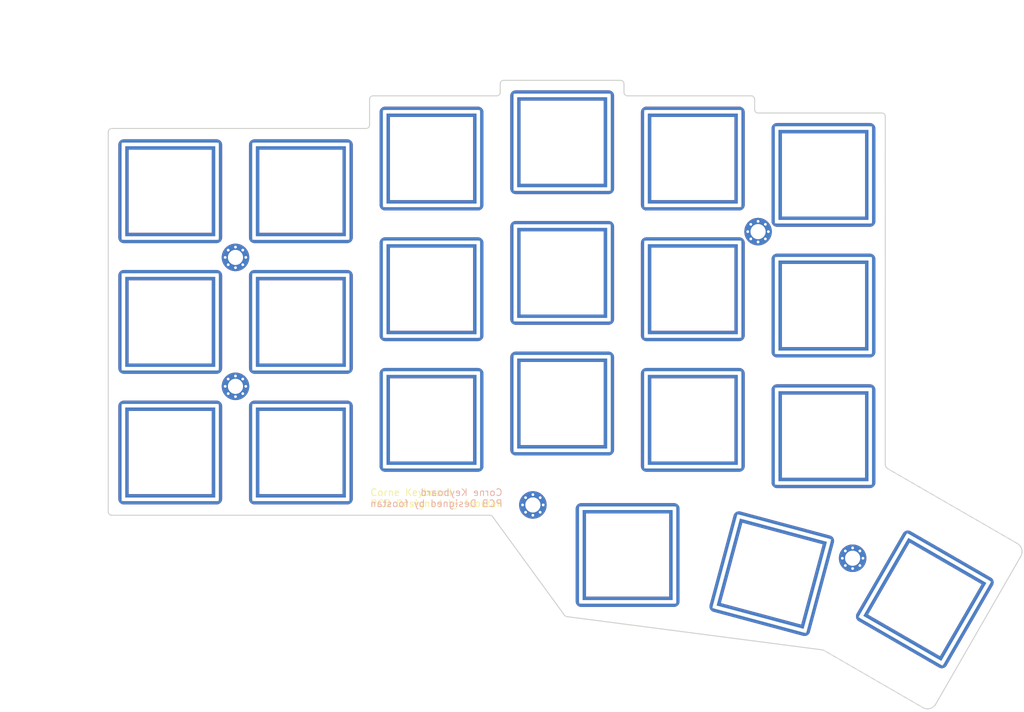
<source format=kicad_pcb>
(kicad_pcb (version 20171130) (host pcbnew "(5.1.2-1)-1")

  (general
    (thickness 1.6)
    (drawings 127)
    (tracks 0)
    (zones 0)
    (modules 26)
    (nets 1)
  )

  (page A4)
  (title_block
    (title "Corne Top Plate")
    (date 2018-12-09)
    (rev 2.1)
    (company foostan)
  )

  (layers
    (0 F.Cu signal)
    (31 B.Cu signal)
    (32 B.Adhes user)
    (33 F.Adhes user)
    (34 B.Paste user)
    (35 F.Paste user)
    (36 B.SilkS user)
    (37 F.SilkS user)
    (38 B.Mask user)
    (39 F.Mask user)
    (40 Dwgs.User user)
    (41 Cmts.User user)
    (42 Eco1.User user)
    (43 Eco2.User user)
    (44 Edge.Cuts user)
    (45 Margin user)
    (46 B.CrtYd user)
    (47 F.CrtYd user)
    (48 B.Fab user)
    (49 F.Fab user)
  )

  (setup
    (last_trace_width 0.25)
    (user_trace_width 0.2)
    (user_trace_width 0.5)
    (trace_clearance 0.2)
    (zone_clearance 0.508)
    (zone_45_only no)
    (trace_min 0.2)
    (via_size 0.6)
    (via_drill 0.4)
    (via_min_size 0.4)
    (via_min_drill 0.3)
    (uvia_size 0.3)
    (uvia_drill 0.1)
    (uvias_allowed no)
    (uvia_min_size 0.2)
    (uvia_min_drill 0.1)
    (edge_width 0.15)
    (segment_width 0.1)
    (pcb_text_width 0.3)
    (pcb_text_size 1.5 1.5)
    (mod_edge_width 0.15)
    (mod_text_size 1 1)
    (mod_text_width 0.15)
    (pad_size 4 4)
    (pad_drill 2.2)
    (pad_to_mask_clearance 0.2)
    (aux_axis_origin 174 65.7)
    (grid_origin 70.01 77.125)
    (visible_elements FFFFFF7F)
    (pcbplotparams
      (layerselection 0x010f0_ffffffff)
      (usegerberextensions true)
      (usegerberattributes false)
      (usegerberadvancedattributes false)
      (creategerberjobfile false)
      (excludeedgelayer true)
      (linewidth 0.100000)
      (plotframeref false)
      (viasonmask false)
      (mode 1)
      (useauxorigin false)
      (hpglpennumber 1)
      (hpglpenspeed 20)
      (hpglpendiameter 15.000000)
      (psnegative false)
      (psa4output false)
      (plotreference true)
      (plotvalue true)
      (plotinvisibletext false)
      (padsonsilk false)
      (subtractmaskfromsilk false)
      (outputformat 1)
      (mirror false)
      (drillshape 0)
      (scaleselection 1)
      (outputdirectory "gerber/"))
  )

  (net 0 "")

  (net_class Default "これは標準のネット クラスです。"
    (clearance 0.2)
    (trace_width 0.25)
    (via_dia 0.6)
    (via_drill 0.4)
    (uvia_dia 0.3)
    (uvia_drill 0.1)
  )

  (module kbd:M2_HOLE_v3 (layer F.Cu) (tedit 5DC1AD4B) (tstamp 5AAA7C4A)
    (at 122.75 122.75)
    (descr "Mounting Hole 2.2mm, no annular, M2")
    (tags "mounting hole 2.2mm no annular m2")
    (attr virtual)
    (fp_text reference "" (at 0 -3.2) (layer F.SilkS)
      (effects (font (size 1 1) (thickness 0.15)))
    )
    (fp_text value "" (at 0 3.2) (layer F.Fab)
      (effects (font (size 1 1) (thickness 0.15)))
    )
    (fp_circle (center 0 0) (end 2.45 0) (layer F.CrtYd) (width 0.05))
    (fp_circle (center 0 0) (end 2.2 0) (layer Cmts.User) (width 0.15))
    (fp_text user %R (at 0.3 0) (layer F.Fab)
      (effects (font (size 1 1) (thickness 0.15)))
    )
    (pad 1 thru_hole circle (at 1.06 -1.06) (size 0.5 0.5) (drill 0.4) (layers *.Cu *.Mask))
    (pad 1 thru_hole circle (at -1.06 -1.06) (size 0.5 0.5) (drill 0.4) (layers *.Cu *.Mask))
    (pad 1 thru_hole circle (at -1.06 1.06) (size 0.5 0.5) (drill 0.4) (layers *.Cu *.Mask))
    (pad 1 thru_hole circle (at 1.06 1.06) (size 0.5 0.5) (drill 0.4) (layers *.Cu *.Mask))
    (pad 1 thru_hole circle (at 0 -1.5) (size 0.5 0.5) (drill 0.4) (layers *.Cu *.Mask))
    (pad 1 thru_hole circle (at 0 1.5) (size 0.5 0.5) (drill 0.4) (layers *.Cu *.Mask))
    (pad 1 thru_hole circle (at -1.5 0) (size 0.5 0.5) (drill 0.4) (layers *.Cu *.Mask))
    (pad 1 thru_hole circle (at 1.5 0) (size 0.5 0.5) (drill 0.4) (layers *.Cu *.Mask))
    (pad 1 thru_hole circle (at 0 0) (size 4 4) (drill 2.2) (layers *.Cu *.Mask))
  )

  (module kbd:M2_HOLE_v3 (layer F.Cu) (tedit 5DC1AD4B) (tstamp 5AAA7D53)
    (at 169.25 130.5)
    (descr "Mounting Hole 2.2mm, no annular, M2")
    (tags "mounting hole 2.2mm no annular m2")
    (attr virtual)
    (fp_text reference "" (at 0 -3.2) (layer F.SilkS)
      (effects (font (size 1 1) (thickness 0.15)))
    )
    (fp_text value "" (at 0 3.2) (layer F.Fab)
      (effects (font (size 1 1) (thickness 0.15)))
    )
    (fp_circle (center 0 0) (end 2.45 0) (layer F.CrtYd) (width 0.05))
    (fp_circle (center 0 0) (end 2.2 0) (layer Cmts.User) (width 0.15))
    (fp_text user %R (at 0.3 0) (layer F.Fab)
      (effects (font (size 1 1) (thickness 0.15)))
    )
    (pad 1 thru_hole circle (at 1.06 -1.06) (size 0.5 0.5) (drill 0.4) (layers *.Cu *.Mask))
    (pad 1 thru_hole circle (at -1.06 -1.06) (size 0.5 0.5) (drill 0.4) (layers *.Cu *.Mask))
    (pad 1 thru_hole circle (at -1.06 1.06) (size 0.5 0.5) (drill 0.4) (layers *.Cu *.Mask))
    (pad 1 thru_hole circle (at 1.06 1.06) (size 0.5 0.5) (drill 0.4) (layers *.Cu *.Mask))
    (pad 1 thru_hole circle (at 0 -1.5) (size 0.5 0.5) (drill 0.4) (layers *.Cu *.Mask))
    (pad 1 thru_hole circle (at 0 1.5) (size 0.5 0.5) (drill 0.4) (layers *.Cu *.Mask))
    (pad 1 thru_hole circle (at -1.5 0) (size 0.5 0.5) (drill 0.4) (layers *.Cu *.Mask))
    (pad 1 thru_hole circle (at 1.5 0) (size 0.5 0.5) (drill 0.4) (layers *.Cu *.Mask))
    (pad 1 thru_hole circle (at 0 0) (size 4 4) (drill 2.2) (layers *.Cu *.Mask))
  )

  (module kbd:M2_HOLE_v3 (layer F.Cu) (tedit 5DC1AD4B) (tstamp 5AAA5A9F)
    (at 79.5 105.5)
    (descr "Mounting Hole 2.2mm, no annular, M2")
    (tags "mounting hole 2.2mm no annular m2")
    (attr virtual)
    (fp_text reference "" (at 0 -3.2) (layer F.SilkS)
      (effects (font (size 1 1) (thickness 0.15)))
    )
    (fp_text value "" (at 0 3.2) (layer F.Fab)
      (effects (font (size 1 1) (thickness 0.15)))
    )
    (fp_circle (center 0 0) (end 2.45 0) (layer F.CrtYd) (width 0.05))
    (fp_circle (center 0 0) (end 2.2 0) (layer Cmts.User) (width 0.15))
    (fp_text user %R (at 0.3 0) (layer F.Fab)
      (effects (font (size 1 1) (thickness 0.15)))
    )
    (pad 1 thru_hole circle (at 1.06 -1.06) (size 0.5 0.5) (drill 0.4) (layers *.Cu *.Mask))
    (pad 1 thru_hole circle (at -1.06 -1.06) (size 0.5 0.5) (drill 0.4) (layers *.Cu *.Mask))
    (pad 1 thru_hole circle (at -1.06 1.06) (size 0.5 0.5) (drill 0.4) (layers *.Cu *.Mask))
    (pad 1 thru_hole circle (at 1.06 1.06) (size 0.5 0.5) (drill 0.4) (layers *.Cu *.Mask))
    (pad 1 thru_hole circle (at 0 -1.5) (size 0.5 0.5) (drill 0.4) (layers *.Cu *.Mask))
    (pad 1 thru_hole circle (at 0 1.5) (size 0.5 0.5) (drill 0.4) (layers *.Cu *.Mask))
    (pad 1 thru_hole circle (at -1.5 0) (size 0.5 0.5) (drill 0.4) (layers *.Cu *.Mask))
    (pad 1 thru_hole circle (at 1.5 0) (size 0.5 0.5) (drill 0.4) (layers *.Cu *.Mask))
    (pad 1 thru_hole circle (at 0 0) (size 4 4) (drill 2.2) (layers *.Cu *.Mask))
  )

  (module kbd:M2_HOLE_v3 (layer F.Cu) (tedit 5DC1AD4B) (tstamp 5AAA7C39)
    (at 155.5 83)
    (descr "Mounting Hole 2.2mm, no annular, M2")
    (tags "mounting hole 2.2mm no annular m2")
    (attr virtual)
    (fp_text reference "" (at 0 -3.2) (layer F.SilkS)
      (effects (font (size 1 1) (thickness 0.15)))
    )
    (fp_text value "" (at 0 3.2) (layer F.Fab)
      (effects (font (size 1 1) (thickness 0.15)))
    )
    (fp_circle (center 0 0) (end 2.45 0) (layer F.CrtYd) (width 0.05))
    (fp_circle (center 0 0) (end 2.2 0) (layer Cmts.User) (width 0.15))
    (fp_text user %R (at 0.3 0) (layer F.Fab)
      (effects (font (size 1 1) (thickness 0.15)))
    )
    (pad 1 thru_hole circle (at 1.06 -1.06) (size 0.5 0.5) (drill 0.4) (layers *.Cu *.Mask))
    (pad 1 thru_hole circle (at -1.06 -1.06) (size 0.5 0.5) (drill 0.4) (layers *.Cu *.Mask))
    (pad 1 thru_hole circle (at -1.06 1.06) (size 0.5 0.5) (drill 0.4) (layers *.Cu *.Mask))
    (pad 1 thru_hole circle (at 1.06 1.06) (size 0.5 0.5) (drill 0.4) (layers *.Cu *.Mask))
    (pad 1 thru_hole circle (at 0 -1.5) (size 0.5 0.5) (drill 0.4) (layers *.Cu *.Mask))
    (pad 1 thru_hole circle (at 0 1.5) (size 0.5 0.5) (drill 0.4) (layers *.Cu *.Mask))
    (pad 1 thru_hole circle (at -1.5 0) (size 0.5 0.5) (drill 0.4) (layers *.Cu *.Mask))
    (pad 1 thru_hole circle (at 1.5 0) (size 0.5 0.5) (drill 0.4) (layers *.Cu *.Mask))
    (pad 1 thru_hole circle (at 0 0) (size 4 4) (drill 2.2) (layers *.Cu *.Mask))
  )

  (module kbd:M2_HOLE_v3 (layer F.Cu) (tedit 5DC1AD4B) (tstamp 5AAA5A7C)
    (at 79.5 86.75)
    (descr "Mounting Hole 2.2mm, no annular, M2")
    (tags "mounting hole 2.2mm no annular m2")
    (attr virtual)
    (fp_text reference "" (at 0 -3.2) (layer F.SilkS)
      (effects (font (size 1 1) (thickness 0.15)))
    )
    (fp_text value "" (at 0 3.2) (layer F.Fab)
      (effects (font (size 1 1) (thickness 0.15)))
    )
    (fp_circle (center 0 0) (end 2.45 0) (layer F.CrtYd) (width 0.05))
    (fp_circle (center 0 0) (end 2.2 0) (layer Cmts.User) (width 0.15))
    (fp_text user %R (at 0.3 0) (layer F.Fab)
      (effects (font (size 1 1) (thickness 0.15)))
    )
    (pad 1 thru_hole circle (at 1.06 -1.06) (size 0.5 0.5) (drill 0.4) (layers *.Cu *.Mask))
    (pad 1 thru_hole circle (at -1.06 -1.06) (size 0.5 0.5) (drill 0.4) (layers *.Cu *.Mask))
    (pad 1 thru_hole circle (at -1.06 1.06) (size 0.5 0.5) (drill 0.4) (layers *.Cu *.Mask))
    (pad 1 thru_hole circle (at 1.06 1.06) (size 0.5 0.5) (drill 0.4) (layers *.Cu *.Mask))
    (pad 1 thru_hole circle (at 0 -1.5) (size 0.5 0.5) (drill 0.4) (layers *.Cu *.Mask))
    (pad 1 thru_hole circle (at 0 1.5) (size 0.5 0.5) (drill 0.4) (layers *.Cu *.Mask))
    (pad 1 thru_hole circle (at -1.5 0) (size 0.5 0.5) (drill 0.4) (layers *.Cu *.Mask))
    (pad 1 thru_hole circle (at 1.5 0) (size 0.5 0.5) (drill 0.4) (layers *.Cu *.Mask))
    (pad 1 thru_hole circle (at 0 0) (size 4 4) (drill 2.2) (layers *.Cu *.Mask))
  )

  (module kbd:SW_Hole_TH (layer F.Cu) (tedit 5DC1A8B7) (tstamp 5DC20BEA)
    (at 179.75 136.485 330)
    (fp_text reference SW2 (at 7 8.1 150) (layer F.SilkS) hide
      (effects (font (size 1 1) (thickness 0.15)))
    )
    (fp_text value KEY_SWITCH (at -7.4 -8.1 150) (layer F.Fab) hide
      (effects (font (size 1 1) (thickness 0.15)))
    )
    (fp_line (start 9.525 9.525) (end 9.525 -9.525) (layer F.Fab) (width 0.15))
    (fp_line (start -9.525 9.525) (end 9.525 9.525) (layer F.Fab) (width 0.15))
    (fp_line (start -9.525 -9.525) (end -9.525 9.525) (layer F.Fab) (width 0.15))
    (fp_line (start 9.525 -9.525) (end -9.525 -9.525) (layer F.Fab) (width 0.15))
    (pad 1 thru_hole oval (at 6.8 0 330) (size 1.5 15) (drill oval 0.5 14) (layers *.Cu *.Mask))
    (pad 1 thru_hole oval (at -6.8 0 330) (size 1.5 15) (drill oval 0.5 14) (layers *.Cu *.Mask))
    (pad 1 thru_hole oval (at 0 6.8 60) (size 1.5 15) (drill oval 0.5 14) (layers *.Cu *.Mask))
    (pad 1 thru_hole oval (at 0 -6.8 60) (size 1.5 15) (drill oval 0.5 14) (layers *.Cu *.Mask))
  )

  (module kbd:SW_Hole_TH (layer F.Cu) (tedit 5DC1A8B7) (tstamp 5DC20BC9)
    (at 157.492 132.744 345)
    (fp_text reference SW2 (at 7 8.1 165) (layer F.SilkS) hide
      (effects (font (size 1 1) (thickness 0.15)))
    )
    (fp_text value KEY_SWITCH (at -7.4 -8.1 165) (layer F.Fab) hide
      (effects (font (size 1 1) (thickness 0.15)))
    )
    (fp_line (start 9.525 -9.525) (end -9.525 -9.525) (layer F.Fab) (width 0.15))
    (fp_line (start -9.525 -9.525) (end -9.525 9.525) (layer F.Fab) (width 0.15))
    (fp_line (start -9.525 9.525) (end 9.525 9.525) (layer F.Fab) (width 0.15))
    (fp_line (start 9.525 9.525) (end 9.525 -9.525) (layer F.Fab) (width 0.15))
    (pad 1 thru_hole oval (at 0 -6.8 75) (size 1.5 15) (drill oval 0.5 14) (layers *.Cu *.Mask))
    (pad 1 thru_hole oval (at 0 6.8 75) (size 1.5 15) (drill oval 0.5 14) (layers *.Cu *.Mask))
    (pad 1 thru_hole oval (at -6.8 0 345) (size 1.5 15) (drill oval 0.5 14) (layers *.Cu *.Mask))
    (pad 1 thru_hole oval (at 6.8 0 345) (size 1.5 15) (drill oval 0.5 14) (layers *.Cu *.Mask))
  )

  (module kbd:SW_Hole_TH (layer F.Cu) (tedit 5DC1A8B7) (tstamp 5DC20B59)
    (at 136.53 130.035)
    (fp_text reference SW2 (at 7 8.1) (layer F.SilkS) hide
      (effects (font (size 1 1) (thickness 0.15)))
    )
    (fp_text value KEY_SWITCH (at -7.4 -8.1) (layer F.Fab) hide
      (effects (font (size 1 1) (thickness 0.15)))
    )
    (fp_line (start 9.525 9.525) (end 9.525 -9.525) (layer F.Fab) (width 0.15))
    (fp_line (start -9.525 9.525) (end 9.525 9.525) (layer F.Fab) (width 0.15))
    (fp_line (start -9.525 -9.525) (end -9.525 9.525) (layer F.Fab) (width 0.15))
    (fp_line (start 9.525 -9.525) (end -9.525 -9.525) (layer F.Fab) (width 0.15))
    (pad 1 thru_hole oval (at 6.8 0) (size 1.5 15) (drill oval 0.5 14) (layers *.Cu *.Mask))
    (pad 1 thru_hole oval (at -6.8 0) (size 1.5 15) (drill oval 0.5 14) (layers *.Cu *.Mask))
    (pad 1 thru_hole oval (at 0 6.8 90) (size 1.5 15) (drill oval 0.5 14) (layers *.Cu *.Mask))
    (pad 1 thru_hole oval (at 0 -6.8 90) (size 1.5 15) (drill oval 0.5 14) (layers *.Cu *.Mask))
  )

  (module kbd:SW_Hole_TH (layer F.Cu) (tedit 5DC1A8B7) (tstamp 5DC20AAA)
    (at 165.01 112.75)
    (fp_text reference SW2 (at 7 8.1) (layer F.SilkS) hide
      (effects (font (size 1 1) (thickness 0.15)))
    )
    (fp_text value KEY_SWITCH (at -7.4 -8.1) (layer F.Fab) hide
      (effects (font (size 1 1) (thickness 0.15)))
    )
    (fp_line (start 9.525 9.525) (end 9.525 -9.525) (layer F.Fab) (width 0.15))
    (fp_line (start -9.525 9.525) (end 9.525 9.525) (layer F.Fab) (width 0.15))
    (fp_line (start -9.525 -9.525) (end -9.525 9.525) (layer F.Fab) (width 0.15))
    (fp_line (start 9.525 -9.525) (end -9.525 -9.525) (layer F.Fab) (width 0.15))
    (pad 1 thru_hole oval (at 6.8 0) (size 1.5 15) (drill oval 0.5 14) (layers *.Cu *.Mask))
    (pad 1 thru_hole oval (at -6.8 0) (size 1.5 15) (drill oval 0.5 14) (layers *.Cu *.Mask))
    (pad 1 thru_hole oval (at 0 6.8 90) (size 1.5 15) (drill oval 0.5 14) (layers *.Cu *.Mask))
    (pad 1 thru_hole oval (at 0 -6.8 90) (size 1.5 15) (drill oval 0.5 14) (layers *.Cu *.Mask))
  )

  (module kbd:SW_Hole_TH (layer F.Cu) (tedit 5DC1A8B7) (tstamp 5DC20A9F)
    (at 165.01 74.75)
    (fp_text reference SW2 (at 7 8.1) (layer F.SilkS) hide
      (effects (font (size 1 1) (thickness 0.15)))
    )
    (fp_text value KEY_SWITCH (at -7.4 -8.1) (layer F.Fab) hide
      (effects (font (size 1 1) (thickness 0.15)))
    )
    (fp_line (start 9.525 9.525) (end 9.525 -9.525) (layer F.Fab) (width 0.15))
    (fp_line (start -9.525 9.525) (end 9.525 9.525) (layer F.Fab) (width 0.15))
    (fp_line (start -9.525 -9.525) (end -9.525 9.525) (layer F.Fab) (width 0.15))
    (fp_line (start 9.525 -9.525) (end -9.525 -9.525) (layer F.Fab) (width 0.15))
    (pad 1 thru_hole oval (at 6.8 0) (size 1.5 15) (drill oval 0.5 14) (layers *.Cu *.Mask))
    (pad 1 thru_hole oval (at -6.8 0) (size 1.5 15) (drill oval 0.5 14) (layers *.Cu *.Mask))
    (pad 1 thru_hole oval (at 0 6.8 90) (size 1.5 15) (drill oval 0.5 14) (layers *.Cu *.Mask))
    (pad 1 thru_hole oval (at 0 -6.8 90) (size 1.5 15) (drill oval 0.5 14) (layers *.Cu *.Mask))
  )

  (module kbd:SW_Hole_TH (layer F.Cu) (tedit 5DC1A8B7) (tstamp 5DC20A94)
    (at 165.01 93.75)
    (fp_text reference SW2 (at 7 8.1) (layer F.SilkS) hide
      (effects (font (size 1 1) (thickness 0.15)))
    )
    (fp_text value KEY_SWITCH (at -7.4 -8.1) (layer F.Fab) hide
      (effects (font (size 1 1) (thickness 0.15)))
    )
    (fp_line (start 9.525 -9.525) (end -9.525 -9.525) (layer F.Fab) (width 0.15))
    (fp_line (start -9.525 -9.525) (end -9.525 9.525) (layer F.Fab) (width 0.15))
    (fp_line (start -9.525 9.525) (end 9.525 9.525) (layer F.Fab) (width 0.15))
    (fp_line (start 9.525 9.525) (end 9.525 -9.525) (layer F.Fab) (width 0.15))
    (pad 1 thru_hole oval (at 0 -6.8 90) (size 1.5 15) (drill oval 0.5 14) (layers *.Cu *.Mask))
    (pad 1 thru_hole oval (at 0 6.8 90) (size 1.5 15) (drill oval 0.5 14) (layers *.Cu *.Mask))
    (pad 1 thru_hole oval (at -6.8 0) (size 1.5 15) (drill oval 0.5 14) (layers *.Cu *.Mask))
    (pad 1 thru_hole oval (at 6.8 0) (size 1.5 15) (drill oval 0.5 14) (layers *.Cu *.Mask))
  )

  (module kbd:SW_Hole_TH (layer F.Cu) (tedit 5DC1A8B7) (tstamp 5DC20A68)
    (at 146.01 91.375)
    (fp_text reference SW2 (at 7 8.1) (layer F.SilkS) hide
      (effects (font (size 1 1) (thickness 0.15)))
    )
    (fp_text value KEY_SWITCH (at -7.4 -8.1) (layer F.Fab) hide
      (effects (font (size 1 1) (thickness 0.15)))
    )
    (fp_line (start 9.525 9.525) (end 9.525 -9.525) (layer F.Fab) (width 0.15))
    (fp_line (start -9.525 9.525) (end 9.525 9.525) (layer F.Fab) (width 0.15))
    (fp_line (start -9.525 -9.525) (end -9.525 9.525) (layer F.Fab) (width 0.15))
    (fp_line (start 9.525 -9.525) (end -9.525 -9.525) (layer F.Fab) (width 0.15))
    (pad 1 thru_hole oval (at 6.8 0) (size 1.5 15) (drill oval 0.5 14) (layers *.Cu *.Mask))
    (pad 1 thru_hole oval (at -6.8 0) (size 1.5 15) (drill oval 0.5 14) (layers *.Cu *.Mask))
    (pad 1 thru_hole oval (at 0 6.8 90) (size 1.5 15) (drill oval 0.5 14) (layers *.Cu *.Mask))
    (pad 1 thru_hole oval (at 0 -6.8 90) (size 1.5 15) (drill oval 0.5 14) (layers *.Cu *.Mask))
  )

  (module kbd:SW_Hole_TH (layer F.Cu) (tedit 5DC1A8B7) (tstamp 5DC20A5D)
    (at 146.01 72.375)
    (fp_text reference SW2 (at 7 8.1) (layer F.SilkS) hide
      (effects (font (size 1 1) (thickness 0.15)))
    )
    (fp_text value KEY_SWITCH (at -7.4 -8.1) (layer F.Fab) hide
      (effects (font (size 1 1) (thickness 0.15)))
    )
    (fp_line (start 9.525 -9.525) (end -9.525 -9.525) (layer F.Fab) (width 0.15))
    (fp_line (start -9.525 -9.525) (end -9.525 9.525) (layer F.Fab) (width 0.15))
    (fp_line (start -9.525 9.525) (end 9.525 9.525) (layer F.Fab) (width 0.15))
    (fp_line (start 9.525 9.525) (end 9.525 -9.525) (layer F.Fab) (width 0.15))
    (pad 1 thru_hole oval (at 0 -6.8 90) (size 1.5 15) (drill oval 0.5 14) (layers *.Cu *.Mask))
    (pad 1 thru_hole oval (at 0 6.8 90) (size 1.5 15) (drill oval 0.5 14) (layers *.Cu *.Mask))
    (pad 1 thru_hole oval (at -6.8 0) (size 1.5 15) (drill oval 0.5 14) (layers *.Cu *.Mask))
    (pad 1 thru_hole oval (at 6.8 0) (size 1.5 15) (drill oval 0.5 14) (layers *.Cu *.Mask))
  )

  (module kbd:SW_Hole_TH (layer F.Cu) (tedit 5DC1A8B7) (tstamp 5DC20A52)
    (at 146.01 110.375)
    (fp_text reference SW2 (at 7 8.1) (layer F.SilkS) hide
      (effects (font (size 1 1) (thickness 0.15)))
    )
    (fp_text value KEY_SWITCH (at -7.4 -8.1) (layer F.Fab) hide
      (effects (font (size 1 1) (thickness 0.15)))
    )
    (fp_line (start 9.525 -9.525) (end -9.525 -9.525) (layer F.Fab) (width 0.15))
    (fp_line (start -9.525 -9.525) (end -9.525 9.525) (layer F.Fab) (width 0.15))
    (fp_line (start -9.525 9.525) (end 9.525 9.525) (layer F.Fab) (width 0.15))
    (fp_line (start 9.525 9.525) (end 9.525 -9.525) (layer F.Fab) (width 0.15))
    (pad 1 thru_hole oval (at 0 -6.8 90) (size 1.5 15) (drill oval 0.5 14) (layers *.Cu *.Mask))
    (pad 1 thru_hole oval (at 0 6.8 90) (size 1.5 15) (drill oval 0.5 14) (layers *.Cu *.Mask))
    (pad 1 thru_hole oval (at -6.8 0) (size 1.5 15) (drill oval 0.5 14) (layers *.Cu *.Mask))
    (pad 1 thru_hole oval (at 6.8 0) (size 1.5 15) (drill oval 0.5 14) (layers *.Cu *.Mask))
  )

  (module kbd:SW_Hole_TH (layer F.Cu) (tedit 5DC1A8B7) (tstamp 5DC20A26)
    (at 127.01 89)
    (fp_text reference SW2 (at 7 8.1) (layer F.SilkS) hide
      (effects (font (size 1 1) (thickness 0.15)))
    )
    (fp_text value KEY_SWITCH (at -7.4 -8.1) (layer F.Fab) hide
      (effects (font (size 1 1) (thickness 0.15)))
    )
    (fp_line (start 9.525 -9.525) (end -9.525 -9.525) (layer F.Fab) (width 0.15))
    (fp_line (start -9.525 -9.525) (end -9.525 9.525) (layer F.Fab) (width 0.15))
    (fp_line (start -9.525 9.525) (end 9.525 9.525) (layer F.Fab) (width 0.15))
    (fp_line (start 9.525 9.525) (end 9.525 -9.525) (layer F.Fab) (width 0.15))
    (pad 1 thru_hole oval (at 0 -6.8 90) (size 1.5 15) (drill oval 0.5 14) (layers *.Cu *.Mask))
    (pad 1 thru_hole oval (at 0 6.8 90) (size 1.5 15) (drill oval 0.5 14) (layers *.Cu *.Mask))
    (pad 1 thru_hole oval (at -6.8 0) (size 1.5 15) (drill oval 0.5 14) (layers *.Cu *.Mask))
    (pad 1 thru_hole oval (at 6.8 0) (size 1.5 15) (drill oval 0.5 14) (layers *.Cu *.Mask))
  )

  (module kbd:SW_Hole_TH (layer F.Cu) (tedit 5DC1A8B7) (tstamp 5DC20A1B)
    (at 127.01 108)
    (fp_text reference SW2 (at 7 8.1) (layer F.SilkS) hide
      (effects (font (size 1 1) (thickness 0.15)))
    )
    (fp_text value KEY_SWITCH (at -7.4 -8.1) (layer F.Fab) hide
      (effects (font (size 1 1) (thickness 0.15)))
    )
    (fp_line (start 9.525 9.525) (end 9.525 -9.525) (layer F.Fab) (width 0.15))
    (fp_line (start -9.525 9.525) (end 9.525 9.525) (layer F.Fab) (width 0.15))
    (fp_line (start -9.525 -9.525) (end -9.525 9.525) (layer F.Fab) (width 0.15))
    (fp_line (start 9.525 -9.525) (end -9.525 -9.525) (layer F.Fab) (width 0.15))
    (pad 1 thru_hole oval (at 6.8 0) (size 1.5 15) (drill oval 0.5 14) (layers *.Cu *.Mask))
    (pad 1 thru_hole oval (at -6.8 0) (size 1.5 15) (drill oval 0.5 14) (layers *.Cu *.Mask))
    (pad 1 thru_hole oval (at 0 6.8 90) (size 1.5 15) (drill oval 0.5 14) (layers *.Cu *.Mask))
    (pad 1 thru_hole oval (at 0 -6.8 90) (size 1.5 15) (drill oval 0.5 14) (layers *.Cu *.Mask))
  )

  (module kbd:SW_Hole_TH (layer F.Cu) (tedit 5DC1A8B7) (tstamp 5DC20A10)
    (at 127.01 70)
    (fp_text reference SW2 (at 7 8.1) (layer F.SilkS) hide
      (effects (font (size 1 1) (thickness 0.15)))
    )
    (fp_text value KEY_SWITCH (at -7.4 -8.1) (layer F.Fab) hide
      (effects (font (size 1 1) (thickness 0.15)))
    )
    (fp_line (start 9.525 9.525) (end 9.525 -9.525) (layer F.Fab) (width 0.15))
    (fp_line (start -9.525 9.525) (end 9.525 9.525) (layer F.Fab) (width 0.15))
    (fp_line (start -9.525 -9.525) (end -9.525 9.525) (layer F.Fab) (width 0.15))
    (fp_line (start 9.525 -9.525) (end -9.525 -9.525) (layer F.Fab) (width 0.15))
    (pad 1 thru_hole oval (at 6.8 0) (size 1.5 15) (drill oval 0.5 14) (layers *.Cu *.Mask))
    (pad 1 thru_hole oval (at -6.8 0) (size 1.5 15) (drill oval 0.5 14) (layers *.Cu *.Mask))
    (pad 1 thru_hole oval (at 0 6.8 90) (size 1.5 15) (drill oval 0.5 14) (layers *.Cu *.Mask))
    (pad 1 thru_hole oval (at 0 -6.8 90) (size 1.5 15) (drill oval 0.5 14) (layers *.Cu *.Mask))
  )

  (module kbd:SW_Hole_TH (layer F.Cu) (tedit 5DC1A8B7) (tstamp 5DC209E4)
    (at 108.01 91.375)
    (fp_text reference SW2 (at 7 8.1) (layer F.SilkS) hide
      (effects (font (size 1 1) (thickness 0.15)))
    )
    (fp_text value KEY_SWITCH (at -7.4 -8.1) (layer F.Fab) hide
      (effects (font (size 1 1) (thickness 0.15)))
    )
    (fp_line (start 9.525 9.525) (end 9.525 -9.525) (layer F.Fab) (width 0.15))
    (fp_line (start -9.525 9.525) (end 9.525 9.525) (layer F.Fab) (width 0.15))
    (fp_line (start -9.525 -9.525) (end -9.525 9.525) (layer F.Fab) (width 0.15))
    (fp_line (start 9.525 -9.525) (end -9.525 -9.525) (layer F.Fab) (width 0.15))
    (pad 1 thru_hole oval (at 6.8 0) (size 1.5 15) (drill oval 0.5 14) (layers *.Cu *.Mask))
    (pad 1 thru_hole oval (at -6.8 0) (size 1.5 15) (drill oval 0.5 14) (layers *.Cu *.Mask))
    (pad 1 thru_hole oval (at 0 6.8 90) (size 1.5 15) (drill oval 0.5 14) (layers *.Cu *.Mask))
    (pad 1 thru_hole oval (at 0 -6.8 90) (size 1.5 15) (drill oval 0.5 14) (layers *.Cu *.Mask))
  )

  (module kbd:SW_Hole_TH (layer F.Cu) (tedit 5DC1A8B7) (tstamp 5DC209D9)
    (at 108.01 110.375)
    (fp_text reference SW2 (at 7 8.1) (layer F.SilkS) hide
      (effects (font (size 1 1) (thickness 0.15)))
    )
    (fp_text value KEY_SWITCH (at -7.4 -8.1) (layer F.Fab) hide
      (effects (font (size 1 1) (thickness 0.15)))
    )
    (fp_line (start 9.525 -9.525) (end -9.525 -9.525) (layer F.Fab) (width 0.15))
    (fp_line (start -9.525 -9.525) (end -9.525 9.525) (layer F.Fab) (width 0.15))
    (fp_line (start -9.525 9.525) (end 9.525 9.525) (layer F.Fab) (width 0.15))
    (fp_line (start 9.525 9.525) (end 9.525 -9.525) (layer F.Fab) (width 0.15))
    (pad 1 thru_hole oval (at 0 -6.8 90) (size 1.5 15) (drill oval 0.5 14) (layers *.Cu *.Mask))
    (pad 1 thru_hole oval (at 0 6.8 90) (size 1.5 15) (drill oval 0.5 14) (layers *.Cu *.Mask))
    (pad 1 thru_hole oval (at -6.8 0) (size 1.5 15) (drill oval 0.5 14) (layers *.Cu *.Mask))
    (pad 1 thru_hole oval (at 6.8 0) (size 1.5 15) (drill oval 0.5 14) (layers *.Cu *.Mask))
  )

  (module kbd:SW_Hole_TH (layer F.Cu) (tedit 5DC1A8B7) (tstamp 5DC209CE)
    (at 108.01 72.375)
    (fp_text reference SW2 (at 7 8.1) (layer F.SilkS) hide
      (effects (font (size 1 1) (thickness 0.15)))
    )
    (fp_text value KEY_SWITCH (at -7.4 -8.1) (layer F.Fab) hide
      (effects (font (size 1 1) (thickness 0.15)))
    )
    (fp_line (start 9.525 -9.525) (end -9.525 -9.525) (layer F.Fab) (width 0.15))
    (fp_line (start -9.525 -9.525) (end -9.525 9.525) (layer F.Fab) (width 0.15))
    (fp_line (start -9.525 9.525) (end 9.525 9.525) (layer F.Fab) (width 0.15))
    (fp_line (start 9.525 9.525) (end 9.525 -9.525) (layer F.Fab) (width 0.15))
    (pad 1 thru_hole oval (at 0 -6.8 90) (size 1.5 15) (drill oval 0.5 14) (layers *.Cu *.Mask))
    (pad 1 thru_hole oval (at 0 6.8 90) (size 1.5 15) (drill oval 0.5 14) (layers *.Cu *.Mask))
    (pad 1 thru_hole oval (at -6.8 0) (size 1.5 15) (drill oval 0.5 14) (layers *.Cu *.Mask))
    (pad 1 thru_hole oval (at 6.8 0) (size 1.5 15) (drill oval 0.5 14) (layers *.Cu *.Mask))
  )

  (module kbd:SW_Hole_TH (layer F.Cu) (tedit 5DC1A8B7) (tstamp 5DC2068E)
    (at 89.01 96.125)
    (fp_text reference SW2 (at 7 8.1) (layer F.SilkS) hide
      (effects (font (size 1 1) (thickness 0.15)))
    )
    (fp_text value KEY_SWITCH (at -7.4 -8.1) (layer F.Fab) hide
      (effects (font (size 1 1) (thickness 0.15)))
    )
    (fp_line (start 9.525 -9.525) (end -9.525 -9.525) (layer F.Fab) (width 0.15))
    (fp_line (start -9.525 -9.525) (end -9.525 9.525) (layer F.Fab) (width 0.15))
    (fp_line (start -9.525 9.525) (end 9.525 9.525) (layer F.Fab) (width 0.15))
    (fp_line (start 9.525 9.525) (end 9.525 -9.525) (layer F.Fab) (width 0.15))
    (pad 1 thru_hole oval (at 0 -6.8 90) (size 1.5 15) (drill oval 0.5 14) (layers *.Cu *.Mask))
    (pad 1 thru_hole oval (at 0 6.8 90) (size 1.5 15) (drill oval 0.5 14) (layers *.Cu *.Mask))
    (pad 1 thru_hole oval (at -6.8 0) (size 1.5 15) (drill oval 0.5 14) (layers *.Cu *.Mask))
    (pad 1 thru_hole oval (at 6.8 0) (size 1.5 15) (drill oval 0.5 14) (layers *.Cu *.Mask))
  )

  (module kbd:SW_Hole_TH (layer F.Cu) (tedit 5DC1A8B7) (tstamp 5DC20683)
    (at 89.01 115.125)
    (fp_text reference SW2 (at 7 8.1) (layer F.SilkS) hide
      (effects (font (size 1 1) (thickness 0.15)))
    )
    (fp_text value KEY_SWITCH (at -7.4 -8.1) (layer F.Fab) hide
      (effects (font (size 1 1) (thickness 0.15)))
    )
    (fp_line (start 9.525 9.525) (end 9.525 -9.525) (layer F.Fab) (width 0.15))
    (fp_line (start -9.525 9.525) (end 9.525 9.525) (layer F.Fab) (width 0.15))
    (fp_line (start -9.525 -9.525) (end -9.525 9.525) (layer F.Fab) (width 0.15))
    (fp_line (start 9.525 -9.525) (end -9.525 -9.525) (layer F.Fab) (width 0.15))
    (pad 1 thru_hole oval (at 6.8 0) (size 1.5 15) (drill oval 0.5 14) (layers *.Cu *.Mask))
    (pad 1 thru_hole oval (at -6.8 0) (size 1.5 15) (drill oval 0.5 14) (layers *.Cu *.Mask))
    (pad 1 thru_hole oval (at 0 6.8 90) (size 1.5 15) (drill oval 0.5 14) (layers *.Cu *.Mask))
    (pad 1 thru_hole oval (at 0 -6.8 90) (size 1.5 15) (drill oval 0.5 14) (layers *.Cu *.Mask))
  )

  (module kbd:SW_Hole_TH (layer F.Cu) (tedit 5DC1A8B7) (tstamp 5DC20678)
    (at 89.01 77.125)
    (fp_text reference SW2 (at 7 8.1) (layer F.SilkS) hide
      (effects (font (size 1 1) (thickness 0.15)))
    )
    (fp_text value KEY_SWITCH (at -7.4 -8.1) (layer F.Fab) hide
      (effects (font (size 1 1) (thickness 0.15)))
    )
    (fp_line (start 9.525 9.525) (end 9.525 -9.525) (layer F.Fab) (width 0.15))
    (fp_line (start -9.525 9.525) (end 9.525 9.525) (layer F.Fab) (width 0.15))
    (fp_line (start -9.525 -9.525) (end -9.525 9.525) (layer F.Fab) (width 0.15))
    (fp_line (start 9.525 -9.525) (end -9.525 -9.525) (layer F.Fab) (width 0.15))
    (pad 1 thru_hole oval (at 6.8 0) (size 1.5 15) (drill oval 0.5 14) (layers *.Cu *.Mask))
    (pad 1 thru_hole oval (at -6.8 0) (size 1.5 15) (drill oval 0.5 14) (layers *.Cu *.Mask))
    (pad 1 thru_hole oval (at 0 6.8 90) (size 1.5 15) (drill oval 0.5 14) (layers *.Cu *.Mask))
    (pad 1 thru_hole oval (at 0 -6.8 90) (size 1.5 15) (drill oval 0.5 14) (layers *.Cu *.Mask))
  )

  (module kbd:SW_Hole_TH (layer F.Cu) (tedit 5DC1A8B7) (tstamp 5DC2064A)
    (at 70.01 115.125)
    (fp_text reference SW2 (at 7 8.1) (layer F.SilkS) hide
      (effects (font (size 1 1) (thickness 0.15)))
    )
    (fp_text value KEY_SWITCH (at -7.4 -8.1) (layer F.Fab) hide
      (effects (font (size 1 1) (thickness 0.15)))
    )
    (fp_line (start 9.525 -9.525) (end -9.525 -9.525) (layer F.Fab) (width 0.15))
    (fp_line (start -9.525 -9.525) (end -9.525 9.525) (layer F.Fab) (width 0.15))
    (fp_line (start -9.525 9.525) (end 9.525 9.525) (layer F.Fab) (width 0.15))
    (fp_line (start 9.525 9.525) (end 9.525 -9.525) (layer F.Fab) (width 0.15))
    (pad 1 thru_hole oval (at 0 -6.8 90) (size 1.5 15) (drill oval 0.5 14) (layers *.Cu *.Mask))
    (pad 1 thru_hole oval (at 0 6.8 90) (size 1.5 15) (drill oval 0.5 14) (layers *.Cu *.Mask))
    (pad 1 thru_hole oval (at -6.8 0) (size 1.5 15) (drill oval 0.5 14) (layers *.Cu *.Mask))
    (pad 1 thru_hole oval (at 6.8 0) (size 1.5 15) (drill oval 0.5 14) (layers *.Cu *.Mask))
  )

  (module kbd:SW_Hole_TH (layer F.Cu) (tedit 5DC1A8B7) (tstamp 5DC20634)
    (at 70.01 96.125)
    (fp_text reference SW2 (at 7 8.1) (layer F.SilkS) hide
      (effects (font (size 1 1) (thickness 0.15)))
    )
    (fp_text value KEY_SWITCH (at -7.4 -8.1) (layer F.Fab) hide
      (effects (font (size 1 1) (thickness 0.15)))
    )
    (fp_line (start 9.525 9.525) (end 9.525 -9.525) (layer F.Fab) (width 0.15))
    (fp_line (start -9.525 9.525) (end 9.525 9.525) (layer F.Fab) (width 0.15))
    (fp_line (start -9.525 -9.525) (end -9.525 9.525) (layer F.Fab) (width 0.15))
    (fp_line (start 9.525 -9.525) (end -9.525 -9.525) (layer F.Fab) (width 0.15))
    (pad 1 thru_hole oval (at 6.8 0) (size 1.5 15) (drill oval 0.5 14) (layers *.Cu *.Mask))
    (pad 1 thru_hole oval (at -6.8 0) (size 1.5 15) (drill oval 0.5 14) (layers *.Cu *.Mask))
    (pad 1 thru_hole oval (at 0 6.8 90) (size 1.5 15) (drill oval 0.5 14) (layers *.Cu *.Mask))
    (pad 1 thru_hole oval (at 0 -6.8 90) (size 1.5 15) (drill oval 0.5 14) (layers *.Cu *.Mask))
  )

  (module kbd:SW_Hole_TH (layer F.Cu) (tedit 5DC1A8B7) (tstamp 5DC20052)
    (at 70.01 77.125)
    (fp_text reference SW2 (at 7 8.1) (layer F.SilkS) hide
      (effects (font (size 1 1) (thickness 0.15)))
    )
    (fp_text value KEY_SWITCH (at -7.4 -8.1) (layer F.Fab) hide
      (effects (font (size 1 1) (thickness 0.15)))
    )
    (fp_line (start 9.525 -9.525) (end -9.525 -9.525) (layer F.Fab) (width 0.15))
    (fp_line (start -9.525 -9.525) (end -9.525 9.525) (layer F.Fab) (width 0.15))
    (fp_line (start -9.525 9.525) (end 9.525 9.525) (layer F.Fab) (width 0.15))
    (fp_line (start 9.525 9.525) (end 9.525 -9.525) (layer F.Fab) (width 0.15))
    (pad 1 thru_hole oval (at 0 -6.8 90) (size 1.5 15) (drill oval 0.5 14) (layers *.Cu *.Mask))
    (pad 1 thru_hole oval (at 0 6.8 90) (size 1.5 15) (drill oval 0.5 14) (layers *.Cu *.Mask))
    (pad 1 thru_hole oval (at -6.8 0) (size 1.5 15) (drill oval 0.5 14) (layers *.Cu *.Mask))
    (pad 1 thru_hole oval (at 6.8 0) (size 1.5 15) (drill oval 0.5 14) (layers *.Cu *.Mask))
  )

  (dimension 92.487 (width 0.15) (layer Dwgs.User)
    (gr_text "92.487 mm" (at 48.919 106.5375 270) (layer Dwgs.User)
      (effects (font (size 1 1) (thickness 0.15)))
    )
    (feature1 (pts (xy 60.221 152.781) (xy 49.632579 152.781)))
    (feature2 (pts (xy 60.221 60.294) (xy 49.632579 60.294)))
    (crossbar (pts (xy 50.219 60.294) (xy 50.219 152.781)))
    (arrow1a (pts (xy 50.219 152.781) (xy 49.632579 151.654496)))
    (arrow1b (pts (xy 50.219 152.781) (xy 50.805421 151.654496)))
    (arrow2a (pts (xy 50.219 60.294) (xy 49.632579 61.420504)))
    (arrow2b (pts (xy 50.219 60.294) (xy 50.805421 61.420504)))
  )
  (dimension 133.902 (width 0.15) (layer Dwgs.User)
    (gr_text "133.902 mm" (at 127.172 50.013) (layer Dwgs.User)
      (effects (font (size 1 1) (thickness 0.15)))
    )
    (feature1 (pts (xy 194.123 60.09) (xy 194.123 50.726579)))
    (feature2 (pts (xy 60.221 60.09) (xy 60.221 50.726579)))
    (crossbar (pts (xy 60.221 51.313) (xy 194.123 51.313)))
    (arrow1a (pts (xy 194.123 51.313) (xy 192.996496 51.899421)))
    (arrow1b (pts (xy 194.123 51.313) (xy 192.996496 50.726579)))
    (arrow2a (pts (xy 60.221 51.313) (xy 61.347504 51.899421)))
    (arrow2b (pts (xy 60.221 51.313) (xy 61.347504 50.726579)))
  )
  (gr_line (start 63 84.125) (end 77 84.125) (layer Edge.Cuts) (width 0.15) (tstamp 5B892F5B))
  (gr_line (start 63 70.125) (end 77 70.125) (layer Edge.Cuts) (width 0.15))
  (gr_line (start 63 84.125) (end 63 70.125) (layer Edge.Cuts) (width 0.15))
  (gr_line (start 77 70.125) (end 77 84.125) (layer Edge.Cuts) (width 0.15))
  (gr_line (start 79.5 86.75) (end 79.51 86.75) (angle 90) (layer Eco2.User) (width 2.5))
  (gr_line (start 189.31 133.925) (end 177.19 126.925) (layer Edge.Cuts) (width 0.15))
  (gr_line (start 182.31 146.045) (end 189.31 133.925) (layer Edge.Cuts) (width 0.15))
  (gr_line (start 170.19 139.045) (end 182.31 146.045) (layer Edge.Cuts) (width 0.15))
  (gr_line (start 177.19 126.925) (end 170.19 139.045) (layer Edge.Cuts) (width 0.15))
  (gr_line (start 166.06 127.795) (end 152.54 124.175) (layer Edge.Cuts) (width 0.15))
  (gr_line (start 162.44 141.315) (end 166.06 127.795) (layer Edge.Cuts) (width 0.15))
  (gr_line (start 148.92 137.695) (end 162.44 141.315) (layer Edge.Cuts) (width 0.15))
  (gr_line (start 152.54 124.175) (end 148.92 137.695) (layer Edge.Cuts) (width 0.15))
  (gr_line (start 143.53 123.035) (end 129.53 123.035) (layer Edge.Cuts) (width 0.15))
  (gr_line (start 143.53 137.035) (end 143.53 123.035) (layer Edge.Cuts) (width 0.15))
  (gr_line (start 129.53 137.035) (end 143.53 137.035) (layer Edge.Cuts) (width 0.15))
  (gr_line (start 129.53 123.035) (end 129.53 137.035) (layer Edge.Cuts) (width 0.15))
  (gr_line (start 172 67.75) (end 172 81.75) (layer Edge.Cuts) (width 0.15) (tstamp 5BEC4AF3))
  (gr_line (start 158 81.75) (end 172 81.75) (layer Edge.Cuts) (width 0.15) (tstamp 5BEC4AF1))
  (gr_line (start 158 119.75) (end 172 119.75) (layer Edge.Cuts) (width 0.15) (tstamp 5BEC4AEF))
  (gr_line (start 172 105.75) (end 172 119.75) (layer Edge.Cuts) (width 0.15) (tstamp 5BEC4AED))
  (gr_line (start 158 119.75) (end 158 105.75) (layer Edge.Cuts) (width 0.15) (tstamp 5BEC4AEC))
  (gr_line (start 158 100.75) (end 172 100.75) (layer Edge.Cuts) (width 0.15) (tstamp 5BEC4AEA))
  (gr_line (start 158 81.75) (end 158 67.75) (layer Edge.Cuts) (width 0.15) (tstamp 5BEC4AE8))
  (gr_line (start 158 105.75) (end 172 105.75) (layer Edge.Cuts) (width 0.15) (tstamp 5BEC4AE5))
  (gr_line (start 172 86.75) (end 172 100.75) (layer Edge.Cuts) (width 0.15) (tstamp 5BEC4AE4))
  (gr_line (start 158 100.75) (end 158 86.75) (layer Edge.Cuts) (width 0.15) (tstamp 5BEC4AE3))
  (gr_line (start 158 86.75) (end 172 86.75) (layer Edge.Cuts) (width 0.15) (tstamp 5BEC4AE0))
  (gr_line (start 153 65.375) (end 153 79.375) (layer Edge.Cuts) (width 0.15) (tstamp 5BEC4ACB))
  (gr_line (start 139 79.375) (end 153 79.375) (layer Edge.Cuts) (width 0.15) (tstamp 5BEC4AC9))
  (gr_line (start 139 117.375) (end 153 117.375) (layer Edge.Cuts) (width 0.15) (tstamp 5BEC4AC7))
  (gr_line (start 153 103.375) (end 153 117.375) (layer Edge.Cuts) (width 0.15) (tstamp 5BEC4AC5))
  (gr_line (start 139 117.375) (end 139 103.375) (layer Edge.Cuts) (width 0.15) (tstamp 5BEC4AC4))
  (gr_line (start 139 98.375) (end 153 98.375) (layer Edge.Cuts) (width 0.15) (tstamp 5BEC4AC2))
  (gr_line (start 139 79.375) (end 139 65.375) (layer Edge.Cuts) (width 0.15) (tstamp 5BEC4AC0))
  (gr_line (start 139 103.375) (end 153 103.375) (layer Edge.Cuts) (width 0.15) (tstamp 5BEC4ABD))
  (gr_line (start 153 84.375) (end 153 98.375) (layer Edge.Cuts) (width 0.15) (tstamp 5BEC4ABC))
  (gr_line (start 139 98.375) (end 139 84.375) (layer Edge.Cuts) (width 0.15) (tstamp 5BEC4ABB))
  (gr_line (start 139 84.375) (end 153 84.375) (layer Edge.Cuts) (width 0.15) (tstamp 5BEC4AB8))
  (gr_line (start 120 115) (end 134 115) (layer Edge.Cuts) (width 0.15) (tstamp 5BEC4AA3))
  (gr_line (start 134 82) (end 134 96) (layer Edge.Cuts) (width 0.15) (tstamp 5BEC4AA1))
  (gr_line (start 120 96) (end 120 82) (layer Edge.Cuts) (width 0.15) (tstamp 5BEC4AA0))
  (gr_line (start 120 82) (end 134 82) (layer Edge.Cuts) (width 0.15) (tstamp 5BEC4A9D))
  (gr_line (start 120 96) (end 134 96) (layer Edge.Cuts) (width 0.15) (tstamp 5BEC4A9C))
  (gr_line (start 120 77) (end 134 77) (layer Edge.Cuts) (width 0.15) (tstamp 5BEC4A99))
  (gr_line (start 134 101) (end 134 115) (layer Edge.Cuts) (width 0.15) (tstamp 5BEC4A98))
  (gr_line (start 120 115) (end 120 101) (layer Edge.Cuts) (width 0.15) (tstamp 5BEC4A97))
  (gr_line (start 120 101) (end 134 101) (layer Edge.Cuts) (width 0.15) (tstamp 5BEC4A96))
  (gr_line (start 134 63) (end 134 77) (layer Edge.Cuts) (width 0.15) (tstamp 5BEC4A93))
  (gr_line (start 120 77) (end 120 63) (layer Edge.Cuts) (width 0.15) (tstamp 5BEC4A92))
  (gr_line (start 115 65.375) (end 115 79.375) (layer Edge.Cuts) (width 0.15) (tstamp 5BEC4A7A))
  (gr_line (start 101 79.375) (end 101 65.375) (layer Edge.Cuts) (width 0.15) (tstamp 5BEC4A79))
  (gr_line (start 101 79.375) (end 115 79.375) (layer Edge.Cuts) (width 0.15) (tstamp 5BEC4A77))
  (gr_line (start 115 103.375) (end 115 117.375) (layer Edge.Cuts) (width 0.15) (tstamp 5BEC4A75))
  (gr_line (start 101 117.375) (end 101 103.375) (layer Edge.Cuts) (width 0.15) (tstamp 5BEC4A74))
  (gr_line (start 101 103.375) (end 115 103.375) (layer Edge.Cuts) (width 0.15) (tstamp 5BEC4A73))
  (gr_line (start 101 117.375) (end 115 117.375) (layer Edge.Cuts) (width 0.15) (tstamp 5BEC4A71))
  (gr_line (start 115 84.375) (end 115 98.375) (layer Edge.Cuts) (width 0.15) (tstamp 5BEC4A6F))
  (gr_line (start 101 98.375) (end 101 84.375) (layer Edge.Cuts) (width 0.15) (tstamp 5BEC4A6E))
  (gr_line (start 101 84.375) (end 115 84.375) (layer Edge.Cuts) (width 0.15) (tstamp 5BEC4A6D))
  (gr_line (start 101 98.375) (end 115 98.375) (layer Edge.Cuts) (width 0.15) (tstamp 5BEC4A6A))
  (gr_line (start 158 67.75) (end 172 67.75) (layer Edge.Cuts) (width 0.15) (tstamp 5BEC49F7))
  (gr_line (start 139 65.375) (end 153 65.375) (layer Edge.Cuts) (width 0.15) (tstamp 5BEC49D4))
  (gr_line (start 120 63) (end 134 63) (layer Edge.Cuts) (width 0.15) (tstamp 5BEC49B1))
  (gr_line (start 101 65.375) (end 115 65.375) (layer Edge.Cuts) (width 0.15) (tstamp 5BEC4996))
  (gr_line (start 96 70.125) (end 96 84.125) (layer Edge.Cuts) (width 0.15) (tstamp 5BEC4960))
  (gr_line (start 82 84.125) (end 82 70.125) (layer Edge.Cuts) (width 0.15) (tstamp 5BEC495F))
  (gr_line (start 82 70.125) (end 96 70.125) (layer Edge.Cuts) (width 0.15) (tstamp 5BEC495E))
  (gr_line (start 82 84.125) (end 96 84.125) (layer Edge.Cuts) (width 0.15) (tstamp 5BEC495D))
  (gr_line (start 96 108.125) (end 96 122.125) (layer Edge.Cuts) (width 0.15) (tstamp 5BEC495B))
  (gr_line (start 82 122.125) (end 82 108.125) (layer Edge.Cuts) (width 0.15) (tstamp 5BEC495A))
  (gr_line (start 82 108.125) (end 96 108.125) (layer Edge.Cuts) (width 0.15) (tstamp 5BEC4959))
  (gr_line (start 82 122.125) (end 96 122.125) (layer Edge.Cuts) (width 0.15) (tstamp 5BEC4957))
  (gr_line (start 96 89.125) (end 96 103.125) (layer Edge.Cuts) (width 0.15) (tstamp 5BEC4955))
  (gr_line (start 82 103.125) (end 82 89.125) (layer Edge.Cuts) (width 0.15) (tstamp 5BEC4954))
  (gr_line (start 82 89.125) (end 96 89.125) (layer Edge.Cuts) (width 0.15) (tstamp 5BEC4953))
  (gr_line (start 82 103.125) (end 96 103.125) (layer Edge.Cuts) (width 0.15) (tstamp 5BEC4952))
  (gr_line (start 77 108.125) (end 77 122.125) (layer Edge.Cuts) (width 0.15) (tstamp 5BEC4612))
  (gr_line (start 63 122.125) (end 63 108.125) (layer Edge.Cuts) (width 0.15) (tstamp 5BEC4611))
  (gr_line (start 63 108.125) (end 77 108.125) (layer Edge.Cuts) (width 0.15) (tstamp 5BEC4610))
  (gr_line (start 63 122.125) (end 77 122.125) (layer Edge.Cuts) (width 0.15) (tstamp 5BEC460F))
  (gr_line (start 77 89.125) (end 77 103.125) (layer Edge.Cuts) (width 0.15) (tstamp 5BEC47B3))
  (gr_line (start 63 103.125) (end 63 89.125) (layer Edge.Cuts) (width 0.15) (tstamp 5BEC47B6))
  (gr_line (start 63 89.125) (end 77 89.125) (layer Edge.Cuts) (width 0.15) (tstamp 5BEC47B9))
  (gr_line (start 63 103.125) (end 77 103.125) (layer Edge.Cuts) (width 0.15) (tstamp 5BEC47BC))
  (gr_arc (start 174.847282 116.785192) (end 173.997282 116.810192) (angle -52.52752939) (layer Edge.Cuts) (width 0.15))
  (gr_arc (start 192.500001 129.550001) (end 193.65 130.325) (angle -90.22347501) (layer Edge.Cuts) (width 0.15) (tstamp 5B892EBC))
  (gr_line (start 193.270509 128.396988) (end 174.35 117.475) (layer Edge.Cuts) (width 0.15))
  (gr_arc (start 180.14425 151.010957) (end 179.369251 152.160956) (angle -90.22347501) (layer Edge.Cuts) (width 0.15))
  (gr_arc (start 164.087404 147.16844) (end 165.075 143.9) (angle -11.21335546) (layer Edge.Cuts) (width 0.15))
  (gr_line (start 181.297263 151.781465) (end 193.65 130.325) (layer Edge.Cuts) (width 0.15))
  (gr_line (start 165.075 143.9) (end 179.369251 152.160956) (layer Edge.Cuts) (width 0.15))
  (gr_line (start 127.75 139) (end 164.420556 143.770344) (layer Edge.Cuts) (width 0.15))
  (gr_arc (start 127.75 138.5) (end 127.75 139) (angle 45) (layer Edge.Cuts) (width 0.15))
  (gr_line (start 116.853553 124.396447) (end 127.396447 138.853553) (angle 90) (layer Edge.Cuts) (width 0.15))
  (gr_line (start 169.26 130.5) (end 169.25 130.5) (angle 90) (layer Eco2.User) (width 2.5) (tstamp 5AAFF2CD))
  (gr_line (start 122.76 122.75) (end 122.75 122.75) (angle 90) (layer Eco2.User) (width 2.5) (tstamp 5AAFF292))
  (gr_line (start 155.51 83) (end 155.5 83) (angle 90) (layer Eco2.User) (width 2.5) (tstamp 5AAFF245))
  (gr_line (start 79.5 105.5) (end 79.51 105.5) (angle 90) (layer Eco2.User) (width 2.5) (tstamp 5AAFF0EB))
  (gr_text "Corne Keyboard\nPCB Designed by foostan" (at 118.406 121.741) (layer B.SilkS)
    (effects (font (size 1 1) (thickness 0.125)) (justify left mirror))
  )
  (gr_text "Corne Keyboard\nPCB Designed by foostan" (at 99.036 121.741) (layer F.SilkS)
    (effects (font (size 1 1) (thickness 0.125)) (justify left))
  )
  (gr_line (start 174 66.25) (end 173.997282 116.810192) (angle 90) (layer Edge.Cuts) (width 0.15))
  (gr_arc (start 173.5 66.25) (end 173.5 65.75) (angle 90) (layer Edge.Cuts) (width 0.15))
  (gr_arc (start 116.5 124.75) (end 116.5 124.25) (angle 45) (layer Edge.Cuts) (width 0.15))
  (gr_arc (start 61.5 123.75) (end 61.5 124.25) (angle 90) (layer Edge.Cuts) (width 0.15))
  (gr_arc (start 61.5 68.5) (end 61 68.5) (angle 90) (layer Edge.Cuts) (width 0.15))
  (gr_arc (start 98.5 67.5) (end 99 67.5) (angle 90) (layer Edge.Cuts) (width 0.15))
  (gr_arc (start 99.5 63.75) (end 99 63.75) (angle 90) (layer Edge.Cuts) (width 0.15))
  (gr_arc (start 117.5 62.75) (end 118 62.75) (angle 90) (layer Edge.Cuts) (width 0.15))
  (gr_arc (start 118.5 61.5) (end 118 61.5) (angle 90) (layer Edge.Cuts) (width 0.15))
  (gr_arc (start 135.5 61.5) (end 135.5 61) (angle 90) (layer Edge.Cuts) (width 0.15))
  (gr_arc (start 136.5 62.75) (end 136.5 63.25) (angle 90) (layer Edge.Cuts) (width 0.15))
  (gr_arc (start 154.5 63.75) (end 154.5 63.25) (angle 90) (layer Edge.Cuts) (width 0.15))
  (gr_arc (start 155.5 65.25) (end 155.5 65.75) (angle 90) (layer Edge.Cuts) (width 0.15))
  (gr_line (start 116.5 124.25) (end 61.5 124.25) (angle 90) (layer Edge.Cuts) (width 0.15))
  (gr_line (start 61 68.5) (end 61 123.75) (angle 90) (layer Edge.Cuts) (width 0.15))
  (gr_line (start 98.5 68) (end 61.5 68) (angle 90) (layer Edge.Cuts) (width 0.15))
  (gr_line (start 99 63.75) (end 99 67.5) (angle 90) (layer Edge.Cuts) (width 0.15))
  (gr_line (start 117.5 63.25) (end 99.5 63.25) (angle 90) (layer Edge.Cuts) (width 0.15))
  (gr_line (start 118 61.5) (end 118 62.75) (angle 90) (layer Edge.Cuts) (width 0.15))
  (gr_line (start 135.5 61) (end 118.5 61) (angle 90) (layer Edge.Cuts) (width 0.15))
  (gr_line (start 136 62.75) (end 136 61.5) (angle 90) (layer Edge.Cuts) (width 0.15))
  (gr_line (start 154.5 63.25) (end 136.5 63.25) (angle 90) (layer Edge.Cuts) (width 0.15))
  (gr_line (start 155 65.25) (end 155 63.75) (angle 90) (layer Edge.Cuts) (width 0.15))
  (gr_line (start 173.5 65.75) (end 155.5 65.75) (angle 90) (layer Edge.Cuts) (width 0.15))

)

</source>
